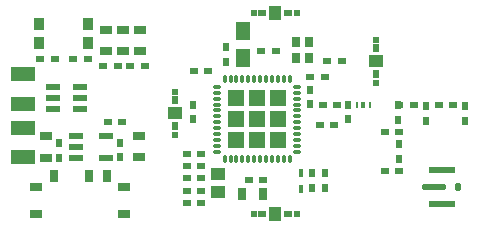
<source format=gtp>
G04*
G04 #@! TF.GenerationSoftware,Altium Limited,Altium Designer,18.0.12 (696)*
G04*
G04 Layer_Color=8421504*
%FSLAX25Y25*%
%MOIN*%
G70*
G01*
G75*
%ADD25R,0.05709X0.05709*%
%ADD26R,0.02000X0.02500*%
%ADD27R,0.05000X0.06000*%
%ADD28R,0.02500X0.02000*%
%ADD29R,0.03150X0.03937*%
%ADD30R,0.01181X0.02559*%
%ADD31R,0.05000X0.02000*%
%ADD32R,0.03937X0.03150*%
%ADD33R,0.04331X0.04724*%
%ADD34R,0.02756X0.01968*%
%ADD35R,0.01890X0.01968*%
%ADD36R,0.04724X0.04331*%
%ADD37R,0.01968X0.02756*%
%ADD38R,0.01968X0.01890*%
%ADD39R,0.02756X0.04331*%
%ADD40R,0.03937X0.03150*%
%ADD41R,0.01102X0.02165*%
%ADD42R,0.01575X0.02362*%
%ADD43R,0.04921X0.03937*%
%ADD44R,0.02953X0.03347*%
G04:AMPARAMS|DCode=45|XSize=23.62mil|YSize=11.81mil|CornerRadius=0mil|HoleSize=0mil|Usage=FLASHONLY|Rotation=90.000|XOffset=0mil|YOffset=0mil|HoleType=Round|Shape=Octagon|*
%AMOCTAGOND45*
4,1,8,0.00295,0.01181,-0.00295,0.01181,-0.00591,0.00886,-0.00591,-0.00886,-0.00295,-0.01181,0.00295,-0.01181,0.00591,-0.00886,0.00591,0.00886,0.00295,0.01181,0.0*
%
%ADD45OCTAGOND45*%

G04:AMPARAMS|DCode=46|XSize=23.62mil|YSize=11.81mil|CornerRadius=0mil|HoleSize=0mil|Usage=FLASHONLY|Rotation=180.000|XOffset=0mil|YOffset=0mil|HoleType=Round|Shape=Octagon|*
%AMOCTAGOND46*
4,1,8,-0.01181,0.00295,-0.01181,-0.00295,-0.00886,-0.00591,0.00886,-0.00591,0.01181,-0.00295,0.01181,0.00295,0.00886,0.00591,-0.00886,0.00591,-0.01181,0.00295,0.0*
%
%ADD46OCTAGOND46*%

%ADD47R,0.03543X0.03937*%
%ADD48R,0.07874X0.04724*%
G04:AMPARAMS|DCode=49|XSize=23.62mil|YSize=19.68mil|CornerRadius=4.92mil|HoleSize=0mil|Usage=FLASHONLY|Rotation=270.000|XOffset=0mil|YOffset=0mil|HoleType=Round|Shape=RoundedRectangle|*
%AMROUNDEDRECTD49*
21,1,0.02362,0.00984,0,0,270.0*
21,1,0.01378,0.01968,0,0,270.0*
1,1,0.00984,-0.00492,-0.00689*
1,1,0.00984,-0.00492,0.00689*
1,1,0.00984,0.00492,0.00689*
1,1,0.00984,0.00492,-0.00689*
%
%ADD49ROUNDEDRECTD49*%
G04:AMPARAMS|DCode=50|XSize=19.68mil|YSize=78.74mil|CornerRadius=4.92mil|HoleSize=0mil|Usage=FLASHONLY|Rotation=270.000|XOffset=0mil|YOffset=0mil|HoleType=Round|Shape=RoundedRectangle|*
%AMROUNDEDRECTD50*
21,1,0.01968,0.06890,0,0,270.0*
21,1,0.00984,0.07874,0,0,270.0*
1,1,0.00984,-0.03445,-0.00492*
1,1,0.00984,-0.03445,0.00492*
1,1,0.00984,0.03445,0.00492*
1,1,0.00984,0.03445,-0.00492*
%
%ADD50ROUNDEDRECTD50*%
%ADD51R,0.08661X0.01968*%
D25*
X92525Y57387D02*
D03*
Y50287D02*
D03*
Y43278D02*
D03*
X99507Y57390D02*
D03*
Y50290D02*
D03*
Y43281D02*
D03*
X106507D02*
D03*
Y50290D02*
D03*
Y57390D02*
D03*
D26*
X78200Y55058D02*
D03*
Y50342D02*
D03*
X89100Y69220D02*
D03*
Y74220D02*
D03*
X122125Y27227D02*
D03*
Y32227D02*
D03*
X118031Y32266D02*
D03*
Y27266D02*
D03*
X33600Y37462D02*
D03*
Y42178D02*
D03*
X54000Y37562D02*
D03*
Y42278D02*
D03*
X130000Y50242D02*
D03*
Y54958D02*
D03*
X146771Y37144D02*
D03*
Y41861D02*
D03*
X117400Y59958D02*
D03*
Y55242D02*
D03*
X155944Y49719D02*
D03*
Y54719D02*
D03*
X146731Y49955D02*
D03*
Y54955D02*
D03*
X168897Y54538D02*
D03*
Y49821D02*
D03*
D27*
X94842Y79609D02*
D03*
Y70609D02*
D03*
D28*
X100924Y72837D02*
D03*
X105924D02*
D03*
X127800Y69700D02*
D03*
X122800D02*
D03*
X122200Y64400D02*
D03*
X117200D02*
D03*
X125158Y48200D02*
D03*
X120442D02*
D03*
X76224Y26341D02*
D03*
X80940D02*
D03*
X76145Y30514D02*
D03*
X80861D02*
D03*
X80901Y34530D02*
D03*
X76184D02*
D03*
X80861Y38703D02*
D03*
X76145D02*
D03*
X78586Y66302D02*
D03*
X83302D02*
D03*
X101688Y29924D02*
D03*
X96972D02*
D03*
X80940Y22246D02*
D03*
X76224D02*
D03*
X62400Y67900D02*
D03*
X57400D02*
D03*
X53100D02*
D03*
X48100D02*
D03*
X38326Y70475D02*
D03*
X43326D02*
D03*
X27145D02*
D03*
X32145D02*
D03*
X50003Y49176D02*
D03*
X54720D02*
D03*
X126158Y55000D02*
D03*
X121442D02*
D03*
X147058Y32900D02*
D03*
X142342D02*
D03*
X146958Y46000D02*
D03*
X142242D02*
D03*
X164838Y54935D02*
D03*
X160121D02*
D03*
X151987Y55014D02*
D03*
X146987D02*
D03*
D29*
X101620Y25357D02*
D03*
X94520D02*
D03*
D30*
X114094Y27148D02*
D03*
Y32463D02*
D03*
D31*
X31456Y61105D02*
D03*
Y53624D02*
D03*
X40511Y57365D02*
D03*
Y61105D02*
D03*
Y53624D02*
D03*
X31456Y57365D02*
D03*
X49331Y37226D02*
D03*
Y44726D02*
D03*
X39331Y41026D02*
D03*
Y37226D02*
D03*
Y44726D02*
D03*
D32*
X29100Y37470D02*
D03*
Y44570D02*
D03*
X60235Y44615D02*
D03*
Y37515D02*
D03*
X49079Y72944D02*
D03*
Y80045D02*
D03*
X60733Y80084D02*
D03*
Y72984D02*
D03*
X54985Y72905D02*
D03*
Y80005D02*
D03*
D33*
X105709Y85749D02*
D03*
Y18820D02*
D03*
D34*
X101379Y85749D02*
D03*
X110040D02*
D03*
X101379Y18820D02*
D03*
X110040D02*
D03*
D35*
X112835Y85749D02*
D03*
X98584D02*
D03*
X112835Y18820D02*
D03*
X98584D02*
D03*
D36*
X139174Y69600D02*
D03*
X72245Y52284D02*
D03*
D37*
X139174Y73931D02*
D03*
Y65269D02*
D03*
X72245Y56615D02*
D03*
Y47954D02*
D03*
D38*
X139174Y62474D02*
D03*
Y76726D02*
D03*
X72245Y45158D02*
D03*
Y59410D02*
D03*
D39*
X49487Y31223D02*
D03*
X43582D02*
D03*
X31771D02*
D03*
D40*
X55393Y27680D02*
D03*
Y18624D02*
D03*
X25865Y27680D02*
D03*
Y18624D02*
D03*
D41*
X137205Y55000D02*
D03*
X132795D02*
D03*
D42*
X135000Y55000D02*
D03*
D43*
X86495Y26144D02*
D03*
Y32050D02*
D03*
D44*
X112733Y75958D02*
D03*
Y70643D02*
D03*
X116867D02*
D03*
Y75958D02*
D03*
D45*
X88782Y63618D02*
D03*
X90750D02*
D03*
X92719D02*
D03*
X94687D02*
D03*
X96656D02*
D03*
X98624D02*
D03*
X100593D02*
D03*
X102561D02*
D03*
X104530D02*
D03*
X106498D02*
D03*
X108467D02*
D03*
X110435D02*
D03*
X88754Y36859D02*
D03*
X90750D02*
D03*
X92719D02*
D03*
X94687D02*
D03*
X96656D02*
D03*
X98624D02*
D03*
X100593D02*
D03*
X102561D02*
D03*
X104530D02*
D03*
X106498D02*
D03*
X108467D02*
D03*
X110435D02*
D03*
D46*
X86185Y45311D02*
D03*
X112947Y39406D02*
D03*
Y41374D02*
D03*
Y43343D02*
D03*
Y45311D02*
D03*
Y47280D02*
D03*
Y49248D02*
D03*
Y51217D02*
D03*
Y53185D02*
D03*
Y55154D02*
D03*
Y57122D02*
D03*
Y59091D02*
D03*
Y61059D02*
D03*
X86185Y39406D02*
D03*
Y41374D02*
D03*
Y43343D02*
D03*
Y47280D02*
D03*
Y49248D02*
D03*
Y51217D02*
D03*
Y53185D02*
D03*
Y55154D02*
D03*
Y57122D02*
D03*
Y61059D02*
D03*
Y59091D02*
D03*
D47*
X27046Y75711D02*
D03*
X43188D02*
D03*
Y82010D02*
D03*
X27046D02*
D03*
D48*
X21653Y65199D02*
D03*
Y37640D02*
D03*
Y55357D02*
D03*
Y47483D02*
D03*
D49*
X166741Y27652D02*
D03*
D50*
X158441D02*
D03*
D51*
X161141Y21845D02*
D03*
Y33459D02*
D03*
M02*

</source>
